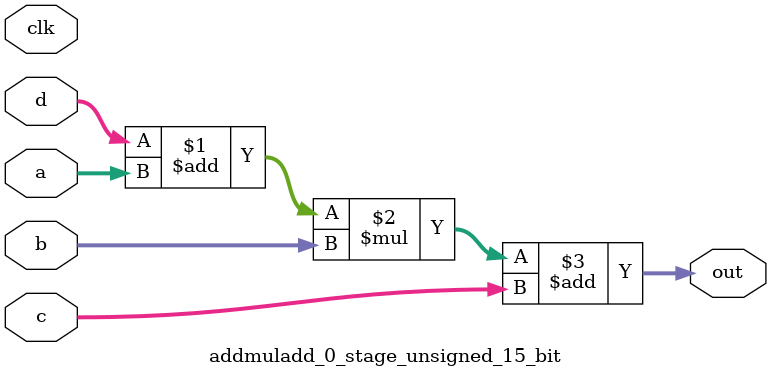
<source format=sv>
(* use_dsp = "yes" *) module addmuladd_0_stage_unsigned_15_bit(
	input  [14:0] a,
	input  [14:0] b,
	input  [14:0] c,
	input  [14:0] d,
	output [14:0] out,
	input clk);

	assign out = ((d + a) * b) + c;
endmodule

</source>
